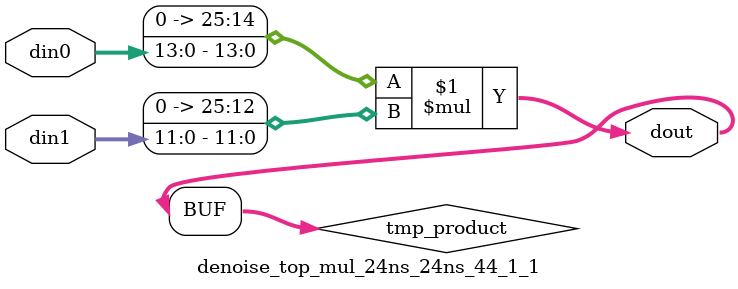
<source format=v>

`timescale 1 ns / 1 ps

 module denoise_top_mul_24ns_24ns_44_1_1(din0, din1, dout);
parameter ID = 1;
parameter NUM_STAGE = 0;
parameter din0_WIDTH = 14;
parameter din1_WIDTH = 12;
parameter dout_WIDTH = 26;

input [din0_WIDTH - 1 : 0] din0; 
input [din1_WIDTH - 1 : 0] din1; 
output [dout_WIDTH - 1 : 0] dout;

wire signed [dout_WIDTH - 1 : 0] tmp_product;
























assign tmp_product = $signed({1'b0, din0}) * $signed({1'b0, din1});











assign dout = tmp_product;





















endmodule

</source>
